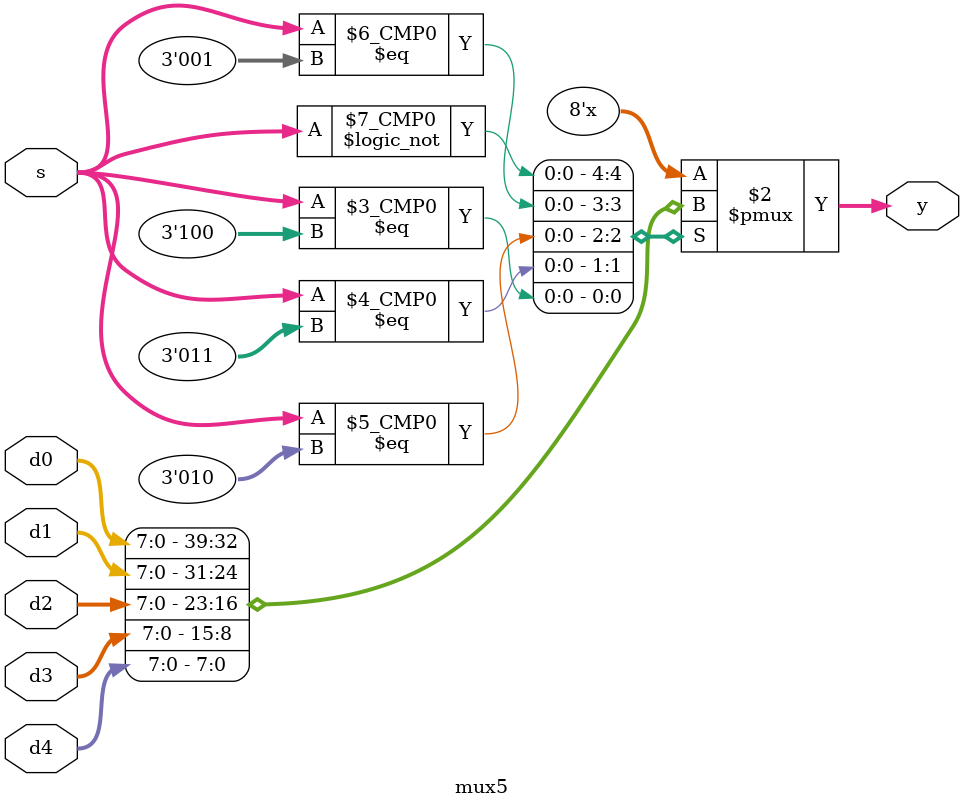
<source format=v>
module mux5 #(parameter WIDTH = 8) (d0, d1, d2, d3, d4, s, y);
  input [WIDTH-1:0] d0, d1, d2, d3, d4;
  input [2:0] s;
  output reg [WIDTH-1:0] y;

  always @(*)
    case(s)
      3'b000: y <= d0;
      3'b001: y <= d1;
      3'b010: y <= d2;
      3'b011: y <= d3;
      3'b100: y <= d4;
    endcase
endmodule
</source>
